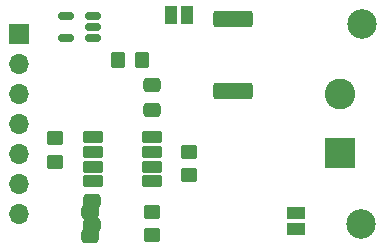
<source format=gts>
<<<<<<< Updated upstream:stcs05/POAB-gerber-stcs05/stcs05-F_Mask.gts
G04 #@! TF.GenerationSoftware,KiCad,Pcbnew,7.0.2*
G04 #@! TF.CreationDate,2023-12-12T16:56:49+01:00*
G04 #@! TF.ProjectId,stcs05,73746373-3035-42e6-9b69-6361645f7063,rev?*
G04 #@! TF.SameCoordinates,Original*
G04 #@! TF.FileFunction,Soldermask,Top*
G04 #@! TF.FilePolarity,Negative*
%FSLAX46Y46*%
G04 Gerber Fmt 4.6, Leading zero omitted, Abs format (unit mm)*
G04 Created by KiCad (PCBNEW 7.0.2) date 2023-12-12 16:56:49*
=======
%TF.GenerationSoftware,KiCad,Pcbnew,7.0.2*%
%TF.CreationDate,2023-11-09T14:12:44+01:00*%
%TF.ProjectId,stcs05,73746373-3035-42e6-9b69-6361645f7063,rev?*%
%TF.SameCoordinates,Original*%
%TF.FileFunction,Soldermask,Top*%
%TF.FilePolarity,Negative*%
%FSLAX46Y46*%
G04 Gerber Fmt 4.6, Leading zero omitted, Abs format (unit mm)*
G04 Created by KiCad (PCBNEW 7.0.2) date 2023-11-09 14:12:44*
>>>>>>> Stashed changes:stcs05/gerberfiles stcs05/stcs05-F_Mask.gbr
%MOMM*%
%LPD*%
G01*
G04 APERTURE LIST*
G04 Aperture macros list*
%AMRoundRect*
0 Rectangle with rounded corners*
0 $1 Rounding radius*
0 $2 $3 $4 $5 $6 $7 $8 $9 X,Y pos of 4 corners*
0 Add a 4 corners polygon primitive as box body*
4,1,4,$2,$3,$4,$5,$6,$7,$8,$9,$2,$3,0*
0 Add four circle primitives for the rounded corners*
1,1,$1+$1,$2,$3*
1,1,$1+$1,$4,$5*
1,1,$1+$1,$6,$7*
1,1,$1+$1,$8,$9*
0 Add four rect primitives between the rounded corners*
20,1,$1+$1,$2,$3,$4,$5,0*
20,1,$1+$1,$4,$5,$6,$7,0*
20,1,$1+$1,$6,$7,$8,$9,0*
20,1,$1+$1,$8,$9,$2,$3,0*%
G04 Aperture macros list end*
%ADD10C,2.500000*%
%ADD11RoundRect,0.250000X0.350000X0.450000X-0.350000X0.450000X-0.350000X-0.450000X0.350000X-0.450000X0*%
%ADD12R,2.600000X2.600000*%
%ADD13C,2.600000*%
%ADD14RoundRect,0.250000X0.450000X-0.350000X0.450000X0.350000X-0.450000X0.350000X-0.450000X-0.350000X0*%
%ADD15R,1.000000X1.500000*%
%ADD16RoundRect,0.250000X-0.450000X0.350000X-0.450000X-0.350000X0.450000X-0.350000X0.450000X0.350000X0*%
%ADD17RoundRect,0.150000X0.512500X0.150000X-0.512500X0.150000X-0.512500X-0.150000X0.512500X-0.150000X0*%
%ADD18RoundRect,0.102000X0.750000X0.400000X-0.750000X0.400000X-0.750000X-0.400000X0.750000X-0.400000X0*%
%ADD19RoundRect,0.249999X-1.425001X0.450001X-1.425001X-0.450001X1.425001X-0.450001X1.425001X0.450001X0*%
%ADD20RoundRect,0.250000X-0.475000X0.337500X-0.475000X-0.337500X0.475000X-0.337500X0.475000X0.337500X0*%
%ADD21R,1.500000X1.000000*%
%ADD22R,1.700000X1.700000*%
%ADD23O,1.700000X1.700000*%
G04 APERTURE END LIST*
D10*
X147300000Y-87500000D03*
D11*
X128762000Y-73660000D03*
X126762000Y-73660000D03*
D12*
X145542000Y-81534000D03*
D13*
X145542000Y-76534000D03*
D14*
X121412000Y-82280000D03*
X121412000Y-80280000D03*
D15*
X132575000Y-69800000D03*
X131275000Y-69800000D03*
D16*
X129675000Y-86500000D03*
X129675000Y-88500000D03*
D17*
X124637500Y-71800000D03*
X124637500Y-70850000D03*
X124637500Y-69900000D03*
X122362500Y-69900000D03*
X122362500Y-71800000D03*
D14*
X132750000Y-83425000D03*
X132750000Y-81425000D03*
D18*
X129679000Y-83928000D03*
X129679000Y-82678000D03*
X129679000Y-81428000D03*
X129679000Y-80178000D03*
X124679000Y-80178000D03*
X124679000Y-81428000D03*
X124679000Y-82678000D03*
X124679000Y-83928000D03*
<<<<<<< Updated upstream:stcs05/POAB-gerber-stcs05/stcs05-F_Mask.gts
D19*
X136525000Y-70150000D03*
X136525000Y-76250000D03*
D20*
X129667000Y-75797500D03*
X129667000Y-77872500D03*
X124375000Y-86487500D03*
X124375000Y-88562500D03*
D21*
=======
%TD*%
D19*
%TO.C,R1*%
X136525000Y-70150000D03*
X136525000Y-76250000D03*
%TD*%
D20*
%TO.C,C2*%
X129667000Y-75797500D03*
X129667000Y-77872500D03*
%TD*%
%TO.C,C1*%
X124587000Y-85576500D03*
X124587000Y-87651500D03*
%TD*%
D21*
%TO.C,JP2*%
>>>>>>> Stashed changes:stcs05/gerberfiles stcs05/stcs05-F_Mask.gbr
X141825000Y-86625000D03*
X141825000Y-87925000D03*
D10*
X147400000Y-70600000D03*
<<<<<<< Updated upstream:stcs05/POAB-gerber-stcs05/stcs05-F_Mask.gts
D22*
=======
%TD*%
D22*
%TO.C,J1*%
>>>>>>> Stashed changes:stcs05/gerberfiles stcs05/stcs05-F_Mask.gbr
X118400000Y-71460000D03*
D23*
X118400000Y-74000000D03*
X118400000Y-76540000D03*
X118400000Y-79080000D03*
X118400000Y-81620000D03*
X118400000Y-84160000D03*
X118400000Y-86700000D03*
M02*

</source>
